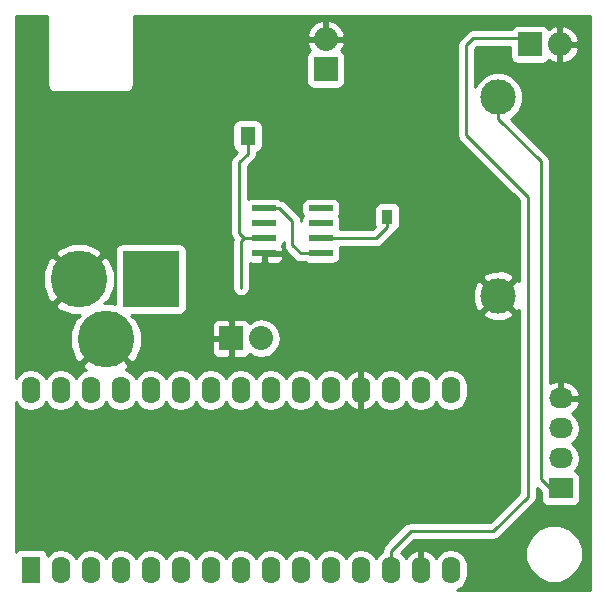
<source format=gbr>
G04 #@! TF.FileFunction,Copper,L2,Bot,Signal*
%FSLAX46Y46*%
G04 Gerber Fmt 4.6, Leading zero omitted, Abs format (unit mm)*
G04 Created by KiCad (PCBNEW 4.0.2-stable) date Sunday, December 18, 2016 'PMt' 04:17:45 PM*
%MOMM*%
G01*
G04 APERTURE LIST*
%ADD10C,0.100000*%
%ADD11R,1.574800X2.286000*%
%ADD12O,1.574800X2.286000*%
%ADD13C,4.800600*%
%ADD14R,4.800600X4.800600*%
%ADD15C,3.000000*%
%ADD16R,0.910000X1.220000*%
%ADD17R,2.032000X2.032000*%
%ADD18O,2.032000X2.032000*%
%ADD19R,1.300000X1.500000*%
%ADD20R,2.000000X0.500000*%
%ADD21R,2.032000X1.727200*%
%ADD22O,2.032000X1.727200*%
%ADD23C,0.250000*%
%ADD24C,0.254000*%
G04 APERTURE END LIST*
D10*
D11*
X65950000Y-107620000D03*
D12*
X68490000Y-107620000D03*
X71030000Y-107620000D03*
X73570000Y-107620000D03*
X76110000Y-107620000D03*
X78650000Y-107620000D03*
X81190000Y-107620000D03*
X83730000Y-107620000D03*
X86270000Y-107620000D03*
X88810000Y-107620000D03*
X91350000Y-107620000D03*
X93890000Y-107620000D03*
X96430000Y-107620000D03*
X98970000Y-107620000D03*
X101510000Y-107620000D03*
X101510000Y-92380000D03*
X98970000Y-92380000D03*
X96430000Y-92380000D03*
X93890000Y-92380000D03*
X91350000Y-92380000D03*
X88810000Y-92380000D03*
X86270000Y-92380000D03*
X83730000Y-92380000D03*
X81190000Y-92380000D03*
X78650000Y-92380000D03*
X76110000Y-92380000D03*
X73570000Y-92380000D03*
X71030000Y-92380000D03*
X68490000Y-92380000D03*
X65950000Y-92380000D03*
D13*
X70000000Y-83000000D03*
D14*
X76096000Y-83000000D03*
D13*
X72286000Y-88080000D03*
D15*
X105500000Y-84400000D03*
X105500000Y-67600000D03*
D16*
X96135000Y-77700000D03*
D17*
X82900000Y-88000000D03*
D18*
X85440000Y-88000000D03*
D17*
X90900000Y-65200000D03*
D18*
X90900000Y-62660000D03*
D19*
X84300000Y-70850000D03*
D17*
X108200000Y-63100000D03*
D18*
X110740000Y-63100000D03*
D20*
X90500000Y-78265000D03*
X90500000Y-79535000D03*
X90500000Y-80805000D03*
X90500000Y-76995000D03*
X85700000Y-80805000D03*
X85700000Y-79535000D03*
X85700000Y-78265000D03*
X85700000Y-76995000D03*
D21*
X110800000Y-100700000D03*
D22*
X110800000Y-98160000D03*
X110800000Y-95620000D03*
X110800000Y-93080000D03*
D23*
X90500000Y-79535000D02*
X95165000Y-79535000D01*
X96135000Y-78565000D02*
X96135000Y-77600000D01*
X95165000Y-79535000D02*
X96135000Y-78565000D01*
X108800000Y-62600000D02*
X103400000Y-62600000D01*
X96430000Y-105970000D02*
X96430000Y-107620000D01*
X98100000Y-104300000D02*
X96430000Y-105970000D01*
X105100000Y-104300000D02*
X98100000Y-104300000D01*
X108000000Y-101400000D02*
X105100000Y-104300000D01*
X108000000Y-76000000D02*
X108000000Y-101400000D01*
X102800000Y-70800000D02*
X108000000Y-76000000D01*
X102800000Y-63200000D02*
X102800000Y-70800000D01*
X103400000Y-62600000D02*
X102800000Y-63200000D01*
X105500000Y-67600000D02*
X105500000Y-69400000D01*
X110000000Y-100800000D02*
X111600000Y-100800000D01*
X109100000Y-99900000D02*
X110000000Y-100800000D01*
X109100000Y-73000000D02*
X109100000Y-99900000D01*
X105500000Y-69400000D02*
X109100000Y-73000000D01*
X85700000Y-79535000D02*
X83965000Y-79535000D01*
X83750000Y-79750000D02*
X83750000Y-83700000D01*
X83965000Y-79535000D02*
X83750000Y-79750000D01*
X84300000Y-70850000D02*
X84300000Y-72400000D01*
X84035000Y-79535000D02*
X85700000Y-79535000D01*
X83600000Y-79100000D02*
X84035000Y-79535000D01*
X83600000Y-73100000D02*
X83600000Y-79100000D01*
X84300000Y-72400000D02*
X83600000Y-73100000D01*
X85700000Y-76995000D02*
X86995000Y-76995000D01*
X88805000Y-80805000D02*
X90500000Y-80805000D01*
X88100000Y-80100000D02*
X88805000Y-80805000D01*
X88100000Y-78100000D02*
X88100000Y-80100000D01*
X86995000Y-76995000D02*
X88100000Y-78100000D01*
D24*
G36*
X67315000Y-66500000D02*
X67367143Y-66762138D01*
X67515632Y-66984368D01*
X67737862Y-67132857D01*
X68000000Y-67185000D01*
X74000000Y-67185000D01*
X74262138Y-67132857D01*
X74484368Y-66984368D01*
X74632857Y-66762138D01*
X74685000Y-66500000D01*
X74685000Y-64184000D01*
X89236560Y-64184000D01*
X89236560Y-66216000D01*
X89280838Y-66451317D01*
X89419910Y-66667441D01*
X89632110Y-66812431D01*
X89884000Y-66863440D01*
X91916000Y-66863440D01*
X92151317Y-66819162D01*
X92367441Y-66680090D01*
X92512431Y-66467890D01*
X92563440Y-66216000D01*
X92563440Y-64184000D01*
X92519162Y-63948683D01*
X92380090Y-63732559D01*
X92217052Y-63621160D01*
X92306385Y-63524818D01*
X92505975Y-63042944D01*
X92386836Y-62787000D01*
X91027000Y-62787000D01*
X91027000Y-62807000D01*
X90773000Y-62807000D01*
X90773000Y-62787000D01*
X89413164Y-62787000D01*
X89294025Y-63042944D01*
X89493615Y-63524818D01*
X89584097Y-63622398D01*
X89432559Y-63719910D01*
X89287569Y-63932110D01*
X89236560Y-64184000D01*
X74685000Y-64184000D01*
X74685000Y-62277056D01*
X89294025Y-62277056D01*
X89413164Y-62533000D01*
X90773000Y-62533000D01*
X90773000Y-61172633D01*
X91027000Y-61172633D01*
X91027000Y-62533000D01*
X92386836Y-62533000D01*
X92505975Y-62277056D01*
X92306385Y-61795182D01*
X91868379Y-61322812D01*
X91282946Y-61054017D01*
X91027000Y-61172633D01*
X90773000Y-61172633D01*
X90517054Y-61054017D01*
X89931621Y-61322812D01*
X89493615Y-61795182D01*
X89294025Y-62277056D01*
X74685000Y-62277056D01*
X74685000Y-60685000D01*
X113315000Y-60685000D01*
X113315000Y-109315000D01*
X102068635Y-109315000D01*
X102515789Y-109016222D01*
X102824126Y-108554762D01*
X102932400Y-108010433D01*
X102932400Y-107229567D01*
X102833473Y-106732226D01*
X107814579Y-106732226D01*
X108184504Y-107627514D01*
X108868883Y-108313088D01*
X109763524Y-108684576D01*
X110732226Y-108685421D01*
X111627514Y-108315496D01*
X112313088Y-107631117D01*
X112684576Y-106736476D01*
X112685421Y-105767774D01*
X112315496Y-104872486D01*
X111631117Y-104186912D01*
X110736476Y-103815424D01*
X109767774Y-103814579D01*
X108872486Y-104184504D01*
X108186912Y-104868883D01*
X107815424Y-105763524D01*
X107814579Y-106732226D01*
X102833473Y-106732226D01*
X102824126Y-106685238D01*
X102515789Y-106223778D01*
X102054329Y-105915441D01*
X101510000Y-105807167D01*
X100965671Y-105915441D01*
X100504211Y-106223778D01*
X100240246Y-106618830D01*
X100235525Y-106602738D01*
X99885986Y-106168809D01*
X99396996Y-105901673D01*
X99317060Y-105884990D01*
X99097000Y-106007148D01*
X99097000Y-107493000D01*
X99117000Y-107493000D01*
X99117000Y-107747000D01*
X99097000Y-107747000D01*
X99097000Y-107767000D01*
X98843000Y-107767000D01*
X98843000Y-107747000D01*
X98823000Y-107747000D01*
X98823000Y-107493000D01*
X98843000Y-107493000D01*
X98843000Y-106007148D01*
X98622940Y-105884990D01*
X98543004Y-105901673D01*
X98054014Y-106168809D01*
X97704475Y-106602738D01*
X97699754Y-106618830D01*
X97435789Y-106223778D01*
X97325030Y-106149772D01*
X98414802Y-105060000D01*
X105100000Y-105060000D01*
X105390839Y-105002148D01*
X105637401Y-104837401D01*
X108537401Y-101937401D01*
X108702148Y-101690840D01*
X108760000Y-101400000D01*
X108760000Y-100634802D01*
X109136560Y-101011362D01*
X109136560Y-101563600D01*
X109180838Y-101798917D01*
X109319910Y-102015041D01*
X109532110Y-102160031D01*
X109784000Y-102211040D01*
X111816000Y-102211040D01*
X112051317Y-102166762D01*
X112267441Y-102027690D01*
X112412431Y-101815490D01*
X112463440Y-101563600D01*
X112463440Y-99836400D01*
X112419162Y-99601083D01*
X112280090Y-99384959D01*
X112067890Y-99239969D01*
X112026561Y-99231600D01*
X112044415Y-99219670D01*
X112369271Y-98733489D01*
X112483345Y-98160000D01*
X112369271Y-97586511D01*
X112044415Y-97100330D01*
X111729634Y-96890000D01*
X112044415Y-96679670D01*
X112369271Y-96193489D01*
X112483345Y-95620000D01*
X112369271Y-95046511D01*
X112044415Y-94560330D01*
X111734931Y-94353539D01*
X112150732Y-93982036D01*
X112404709Y-93454791D01*
X112407358Y-93439026D01*
X112286217Y-93207000D01*
X110927000Y-93207000D01*
X110927000Y-93227000D01*
X110673000Y-93227000D01*
X110673000Y-93207000D01*
X110653000Y-93207000D01*
X110653000Y-92953000D01*
X110673000Y-92953000D01*
X110673000Y-91739076D01*
X110927000Y-91739076D01*
X110927000Y-92953000D01*
X112286217Y-92953000D01*
X112407358Y-92720974D01*
X112404709Y-92705209D01*
X112150732Y-92177964D01*
X111714320Y-91788046D01*
X111161913Y-91594816D01*
X110927000Y-91739076D01*
X110673000Y-91739076D01*
X110438087Y-91594816D01*
X109885680Y-91788046D01*
X109860000Y-91810990D01*
X109860000Y-73000000D01*
X109802148Y-72709161D01*
X109637401Y-72462599D01*
X106621486Y-69446684D01*
X106707800Y-69411020D01*
X107308909Y-68810959D01*
X107634628Y-68026541D01*
X107635370Y-67177185D01*
X107311020Y-66392200D01*
X106710959Y-65791091D01*
X105926541Y-65465372D01*
X105077185Y-65464630D01*
X104292200Y-65788980D01*
X103691091Y-66389041D01*
X103560000Y-66704743D01*
X103560000Y-63514802D01*
X103714802Y-63360000D01*
X106536560Y-63360000D01*
X106536560Y-64116000D01*
X106580838Y-64351317D01*
X106719910Y-64567441D01*
X106932110Y-64712431D01*
X107184000Y-64763440D01*
X109216000Y-64763440D01*
X109451317Y-64719162D01*
X109667441Y-64580090D01*
X109778840Y-64417052D01*
X109875182Y-64506385D01*
X110357056Y-64705975D01*
X110613000Y-64586836D01*
X110613000Y-63227000D01*
X110867000Y-63227000D01*
X110867000Y-64586836D01*
X111122944Y-64705975D01*
X111604818Y-64506385D01*
X112077188Y-64068379D01*
X112345983Y-63482946D01*
X112227367Y-63227000D01*
X110867000Y-63227000D01*
X110613000Y-63227000D01*
X110593000Y-63227000D01*
X110593000Y-62973000D01*
X110613000Y-62973000D01*
X110613000Y-61613164D01*
X110867000Y-61613164D01*
X110867000Y-62973000D01*
X112227367Y-62973000D01*
X112345983Y-62717054D01*
X112077188Y-62131621D01*
X111604818Y-61693615D01*
X111122944Y-61494025D01*
X110867000Y-61613164D01*
X110613000Y-61613164D01*
X110357056Y-61494025D01*
X109875182Y-61693615D01*
X109777602Y-61784097D01*
X109680090Y-61632559D01*
X109467890Y-61487569D01*
X109216000Y-61436560D01*
X107184000Y-61436560D01*
X106948683Y-61480838D01*
X106732559Y-61619910D01*
X106587569Y-61832110D01*
X106585971Y-61840000D01*
X103400000Y-61840000D01*
X103109161Y-61897852D01*
X102862599Y-62062599D01*
X102262599Y-62662599D01*
X102097852Y-62909161D01*
X102040000Y-63200000D01*
X102040000Y-70800000D01*
X102097852Y-71090839D01*
X102262599Y-71337401D01*
X107240000Y-76314802D01*
X107240000Y-83178933D01*
X107013970Y-83065635D01*
X105679605Y-84400000D01*
X107013970Y-85734365D01*
X107240000Y-85621067D01*
X107240000Y-101085198D01*
X104785198Y-103540000D01*
X98100000Y-103540000D01*
X97809161Y-103597852D01*
X97562599Y-103762599D01*
X95892599Y-105432599D01*
X95727852Y-105679161D01*
X95670000Y-105970000D01*
X95670000Y-106059547D01*
X95424211Y-106223778D01*
X95160000Y-106619199D01*
X94895789Y-106223778D01*
X94434329Y-105915441D01*
X93890000Y-105807167D01*
X93345671Y-105915441D01*
X92884211Y-106223778D01*
X92620000Y-106619199D01*
X92355789Y-106223778D01*
X91894329Y-105915441D01*
X91350000Y-105807167D01*
X90805671Y-105915441D01*
X90344211Y-106223778D01*
X90080000Y-106619199D01*
X89815789Y-106223778D01*
X89354329Y-105915441D01*
X88810000Y-105807167D01*
X88265671Y-105915441D01*
X87804211Y-106223778D01*
X87540000Y-106619199D01*
X87275789Y-106223778D01*
X86814329Y-105915441D01*
X86270000Y-105807167D01*
X85725671Y-105915441D01*
X85264211Y-106223778D01*
X85000000Y-106619199D01*
X84735789Y-106223778D01*
X84274329Y-105915441D01*
X83730000Y-105807167D01*
X83185671Y-105915441D01*
X82724211Y-106223778D01*
X82460000Y-106619199D01*
X82195789Y-106223778D01*
X81734329Y-105915441D01*
X81190000Y-105807167D01*
X80645671Y-105915441D01*
X80184211Y-106223778D01*
X79920000Y-106619199D01*
X79655789Y-106223778D01*
X79194329Y-105915441D01*
X78650000Y-105807167D01*
X78105671Y-105915441D01*
X77644211Y-106223778D01*
X77380000Y-106619199D01*
X77115789Y-106223778D01*
X76654329Y-105915441D01*
X76110000Y-105807167D01*
X75565671Y-105915441D01*
X75104211Y-106223778D01*
X74840000Y-106619199D01*
X74575789Y-106223778D01*
X74114329Y-105915441D01*
X73570000Y-105807167D01*
X73025671Y-105915441D01*
X72564211Y-106223778D01*
X72300000Y-106619199D01*
X72035789Y-106223778D01*
X71574329Y-105915441D01*
X71030000Y-105807167D01*
X70485671Y-105915441D01*
X70024211Y-106223778D01*
X69760000Y-106619199D01*
X69495789Y-106223778D01*
X69034329Y-105915441D01*
X68490000Y-105807167D01*
X67945671Y-105915441D01*
X67484211Y-106223778D01*
X67369497Y-106395460D01*
X67340562Y-106241683D01*
X67201490Y-106025559D01*
X66989290Y-105880569D01*
X66737400Y-105829560D01*
X65162600Y-105829560D01*
X64927283Y-105873838D01*
X64711159Y-106012910D01*
X64685000Y-106051195D01*
X64685000Y-93388284D01*
X64944211Y-93776222D01*
X65405671Y-94084559D01*
X65950000Y-94192833D01*
X66494329Y-94084559D01*
X66955789Y-93776222D01*
X67220000Y-93380801D01*
X67484211Y-93776222D01*
X67945671Y-94084559D01*
X68490000Y-94192833D01*
X69034329Y-94084559D01*
X69495789Y-93776222D01*
X69760000Y-93380801D01*
X70024211Y-93776222D01*
X70485671Y-94084559D01*
X71030000Y-94192833D01*
X71574329Y-94084559D01*
X72035789Y-93776222D01*
X72300000Y-93380801D01*
X72564211Y-93776222D01*
X73025671Y-94084559D01*
X73570000Y-94192833D01*
X74114329Y-94084559D01*
X74575789Y-93776222D01*
X74840000Y-93380801D01*
X75104211Y-93776222D01*
X75565671Y-94084559D01*
X76110000Y-94192833D01*
X76654329Y-94084559D01*
X77115789Y-93776222D01*
X77380000Y-93380801D01*
X77644211Y-93776222D01*
X78105671Y-94084559D01*
X78650000Y-94192833D01*
X79194329Y-94084559D01*
X79655789Y-93776222D01*
X79920000Y-93380801D01*
X80184211Y-93776222D01*
X80645671Y-94084559D01*
X81190000Y-94192833D01*
X81734329Y-94084559D01*
X82195789Y-93776222D01*
X82460000Y-93380801D01*
X82724211Y-93776222D01*
X83185671Y-94084559D01*
X83730000Y-94192833D01*
X84274329Y-94084559D01*
X84735789Y-93776222D01*
X85000000Y-93380801D01*
X85264211Y-93776222D01*
X85725671Y-94084559D01*
X86270000Y-94192833D01*
X86814329Y-94084559D01*
X87275789Y-93776222D01*
X87540000Y-93380801D01*
X87804211Y-93776222D01*
X88265671Y-94084559D01*
X88810000Y-94192833D01*
X89354329Y-94084559D01*
X89815789Y-93776222D01*
X90080000Y-93380801D01*
X90344211Y-93776222D01*
X90805671Y-94084559D01*
X91350000Y-94192833D01*
X91894329Y-94084559D01*
X92355789Y-93776222D01*
X92619754Y-93381170D01*
X92624475Y-93397262D01*
X92974014Y-93831191D01*
X93463004Y-94098327D01*
X93542940Y-94115010D01*
X93763000Y-93992852D01*
X93763000Y-92507000D01*
X93743000Y-92507000D01*
X93743000Y-92253000D01*
X93763000Y-92253000D01*
X93763000Y-90767148D01*
X94017000Y-90767148D01*
X94017000Y-92253000D01*
X94037000Y-92253000D01*
X94037000Y-92507000D01*
X94017000Y-92507000D01*
X94017000Y-93992852D01*
X94237060Y-94115010D01*
X94316996Y-94098327D01*
X94805986Y-93831191D01*
X95155525Y-93397262D01*
X95160246Y-93381170D01*
X95424211Y-93776222D01*
X95885671Y-94084559D01*
X96430000Y-94192833D01*
X96974329Y-94084559D01*
X97435789Y-93776222D01*
X97700000Y-93380801D01*
X97964211Y-93776222D01*
X98425671Y-94084559D01*
X98970000Y-94192833D01*
X99514329Y-94084559D01*
X99975789Y-93776222D01*
X100240000Y-93380801D01*
X100504211Y-93776222D01*
X100965671Y-94084559D01*
X101510000Y-94192833D01*
X102054329Y-94084559D01*
X102515789Y-93776222D01*
X102824126Y-93314762D01*
X102932400Y-92770433D01*
X102932400Y-91989567D01*
X102824126Y-91445238D01*
X102515789Y-90983778D01*
X102054329Y-90675441D01*
X101510000Y-90567167D01*
X100965671Y-90675441D01*
X100504211Y-90983778D01*
X100240000Y-91379199D01*
X99975789Y-90983778D01*
X99514329Y-90675441D01*
X98970000Y-90567167D01*
X98425671Y-90675441D01*
X97964211Y-90983778D01*
X97700000Y-91379199D01*
X97435789Y-90983778D01*
X96974329Y-90675441D01*
X96430000Y-90567167D01*
X95885671Y-90675441D01*
X95424211Y-90983778D01*
X95160246Y-91378830D01*
X95155525Y-91362738D01*
X94805986Y-90928809D01*
X94316996Y-90661673D01*
X94237060Y-90644990D01*
X94017000Y-90767148D01*
X93763000Y-90767148D01*
X93542940Y-90644990D01*
X93463004Y-90661673D01*
X92974014Y-90928809D01*
X92624475Y-91362738D01*
X92619754Y-91378830D01*
X92355789Y-90983778D01*
X91894329Y-90675441D01*
X91350000Y-90567167D01*
X90805671Y-90675441D01*
X90344211Y-90983778D01*
X90080000Y-91379199D01*
X89815789Y-90983778D01*
X89354329Y-90675441D01*
X88810000Y-90567167D01*
X88265671Y-90675441D01*
X87804211Y-90983778D01*
X87540000Y-91379199D01*
X87275789Y-90983778D01*
X86814329Y-90675441D01*
X86270000Y-90567167D01*
X85725671Y-90675441D01*
X85264211Y-90983778D01*
X85000000Y-91379199D01*
X84735789Y-90983778D01*
X84274329Y-90675441D01*
X83730000Y-90567167D01*
X83185671Y-90675441D01*
X82724211Y-90983778D01*
X82460000Y-91379199D01*
X82195789Y-90983778D01*
X81734329Y-90675441D01*
X81190000Y-90567167D01*
X80645671Y-90675441D01*
X80184211Y-90983778D01*
X79920000Y-91379199D01*
X79655789Y-90983778D01*
X79194329Y-90675441D01*
X78650000Y-90567167D01*
X78105671Y-90675441D01*
X77644211Y-90983778D01*
X77380000Y-91379199D01*
X77115789Y-90983778D01*
X76654329Y-90675441D01*
X76110000Y-90567167D01*
X75565671Y-90675441D01*
X75104211Y-90983778D01*
X74840000Y-91379199D01*
X74575789Y-90983778D01*
X74114329Y-90675441D01*
X74002747Y-90653246D01*
X74270330Y-90243936D01*
X72286000Y-88259605D01*
X70301670Y-90243936D01*
X70571221Y-90656257D01*
X70574767Y-90657719D01*
X70485671Y-90675441D01*
X70024211Y-90983778D01*
X69760000Y-91379199D01*
X69495789Y-90983778D01*
X69034329Y-90675441D01*
X68490000Y-90567167D01*
X67945671Y-90675441D01*
X67484211Y-90983778D01*
X67220000Y-91379199D01*
X66955789Y-90983778D01*
X66494329Y-90675441D01*
X65950000Y-90567167D01*
X65405671Y-90675441D01*
X64944211Y-90983778D01*
X64685000Y-91371716D01*
X64685000Y-85163936D01*
X68015670Y-85163936D01*
X68285221Y-85576257D01*
X69401642Y-86036369D01*
X70061587Y-86035195D01*
X70122063Y-86095671D01*
X69709743Y-86365221D01*
X69249631Y-87481642D01*
X69251779Y-88689157D01*
X69709743Y-89794779D01*
X70122064Y-90064330D01*
X72106395Y-88080000D01*
X72092252Y-88065858D01*
X72271858Y-87886252D01*
X72286000Y-87900395D01*
X72300142Y-87886252D01*
X72479748Y-88065858D01*
X72465605Y-88080000D01*
X74449936Y-90064330D01*
X74862257Y-89794779D01*
X75322369Y-88678358D01*
X75321671Y-88285750D01*
X81249000Y-88285750D01*
X81249000Y-89142309D01*
X81345673Y-89375698D01*
X81524301Y-89554327D01*
X81757690Y-89651000D01*
X82614250Y-89651000D01*
X82773000Y-89492250D01*
X82773000Y-88127000D01*
X81407750Y-88127000D01*
X81249000Y-88285750D01*
X75321671Y-88285750D01*
X75320221Y-87470843D01*
X75066245Y-86857691D01*
X81249000Y-86857691D01*
X81249000Y-87714250D01*
X81407750Y-87873000D01*
X82773000Y-87873000D01*
X82773000Y-86507750D01*
X83027000Y-86507750D01*
X83027000Y-87873000D01*
X83047000Y-87873000D01*
X83047000Y-88127000D01*
X83027000Y-88127000D01*
X83027000Y-89492250D01*
X83185750Y-89651000D01*
X84042310Y-89651000D01*
X84275699Y-89554327D01*
X84454327Y-89375698D01*
X84471999Y-89333034D01*
X84808190Y-89557670D01*
X85440000Y-89683345D01*
X86071810Y-89557670D01*
X86607433Y-89199778D01*
X86965325Y-88664155D01*
X87091000Y-88032345D01*
X87091000Y-87967655D01*
X86965325Y-87335845D01*
X86607433Y-86800222D01*
X86071810Y-86442330D01*
X85440000Y-86316655D01*
X84808190Y-86442330D01*
X84471999Y-86666966D01*
X84454327Y-86624302D01*
X84275699Y-86445673D01*
X84042310Y-86349000D01*
X83185750Y-86349000D01*
X83027000Y-86507750D01*
X82773000Y-86507750D01*
X82614250Y-86349000D01*
X81757690Y-86349000D01*
X81524301Y-86445673D01*
X81345673Y-86624302D01*
X81249000Y-86857691D01*
X75066245Y-86857691D01*
X74862257Y-86365221D01*
X74449937Y-86095671D01*
X74497868Y-86047740D01*
X78496300Y-86047740D01*
X78731617Y-86003462D01*
X78870691Y-85913970D01*
X104165635Y-85913970D01*
X104325418Y-86232739D01*
X105116187Y-86542723D01*
X105965387Y-86526497D01*
X106674582Y-86232739D01*
X106834365Y-85913970D01*
X105500000Y-84579605D01*
X104165635Y-85913970D01*
X78870691Y-85913970D01*
X78947741Y-85864390D01*
X79092731Y-85652190D01*
X79143740Y-85400300D01*
X79143740Y-80599700D01*
X79099462Y-80364383D01*
X78960390Y-80148259D01*
X78748190Y-80003269D01*
X78496300Y-79952260D01*
X73695700Y-79952260D01*
X73460383Y-79996538D01*
X73244259Y-80135610D01*
X73099269Y-80347810D01*
X73048260Y-80599700D01*
X73048260Y-85111180D01*
X72884358Y-85043631D01*
X72224413Y-85044805D01*
X72163937Y-84984329D01*
X72576257Y-84714779D01*
X73036369Y-83598358D01*
X73034221Y-82390843D01*
X72576257Y-81285221D01*
X72163936Y-81015670D01*
X70179605Y-83000000D01*
X70193748Y-83014142D01*
X70014142Y-83193748D01*
X70000000Y-83179605D01*
X68015670Y-85163936D01*
X64685000Y-85163936D01*
X64685000Y-82401642D01*
X66963631Y-82401642D01*
X66965779Y-83609157D01*
X67423743Y-84714779D01*
X67836064Y-84984330D01*
X69820395Y-83000000D01*
X67836064Y-81015670D01*
X67423743Y-81285221D01*
X66963631Y-82401642D01*
X64685000Y-82401642D01*
X64685000Y-80836064D01*
X68015670Y-80836064D01*
X70000000Y-82820395D01*
X71984330Y-80836064D01*
X71714779Y-80423743D01*
X70598358Y-79963631D01*
X69390843Y-79965779D01*
X68285221Y-80423743D01*
X68015670Y-80836064D01*
X64685000Y-80836064D01*
X64685000Y-73100000D01*
X82840000Y-73100000D01*
X82840000Y-79100000D01*
X82897852Y-79390839D01*
X83023914Y-79579505D01*
X82990000Y-79750000D01*
X82990000Y-83700000D01*
X83047852Y-83990839D01*
X83212599Y-84237401D01*
X83459161Y-84402148D01*
X83750000Y-84460000D01*
X84040839Y-84402148D01*
X84287401Y-84237401D01*
X84435211Y-84016187D01*
X103357277Y-84016187D01*
X103373503Y-84865387D01*
X103667261Y-85574582D01*
X103986030Y-85734365D01*
X105320395Y-84400000D01*
X103986030Y-83065635D01*
X103667261Y-83225418D01*
X103357277Y-84016187D01*
X84435211Y-84016187D01*
X84452148Y-83990839D01*
X84510000Y-83700000D01*
X84510000Y-82886030D01*
X104165635Y-82886030D01*
X105500000Y-84220395D01*
X106834365Y-82886030D01*
X106674582Y-82567261D01*
X105883813Y-82257277D01*
X105034613Y-82273503D01*
X104325418Y-82567261D01*
X104165635Y-82886030D01*
X84510000Y-82886030D01*
X84510000Y-81663619D01*
X84573690Y-81690000D01*
X85414250Y-81690000D01*
X85573000Y-81531250D01*
X85573000Y-80930000D01*
X85827000Y-80930000D01*
X85827000Y-81531250D01*
X85985750Y-81690000D01*
X86826310Y-81690000D01*
X87059699Y-81593327D01*
X87238327Y-81414698D01*
X87335000Y-81181309D01*
X87335000Y-81088750D01*
X87176250Y-80930000D01*
X85827000Y-80930000D01*
X85573000Y-80930000D01*
X85553000Y-80930000D01*
X85553000Y-80680000D01*
X85573000Y-80680000D01*
X85573000Y-80658000D01*
X85827000Y-80658000D01*
X85827000Y-80680000D01*
X87176250Y-80680000D01*
X87335000Y-80521250D01*
X87335000Y-80428691D01*
X87238327Y-80195302D01*
X87208543Y-80165518D01*
X87296431Y-80036890D01*
X87340000Y-79821740D01*
X87340000Y-80100000D01*
X87397852Y-80390839D01*
X87562599Y-80637401D01*
X88267599Y-81342401D01*
X88514161Y-81507148D01*
X88805000Y-81565000D01*
X89121614Y-81565000D01*
X89248110Y-81651431D01*
X89500000Y-81702440D01*
X91500000Y-81702440D01*
X91735317Y-81658162D01*
X91951441Y-81519090D01*
X92096431Y-81306890D01*
X92147440Y-81055000D01*
X92147440Y-80555000D01*
X92103162Y-80319683D01*
X92087279Y-80295000D01*
X95165000Y-80295000D01*
X95455839Y-80237148D01*
X95702401Y-80072401D01*
X96672401Y-79102401D01*
X96795039Y-78918859D01*
X96825317Y-78913162D01*
X97041441Y-78774090D01*
X97186431Y-78561890D01*
X97237440Y-78310000D01*
X97237440Y-77090000D01*
X97193162Y-76854683D01*
X97054090Y-76638559D01*
X96841890Y-76493569D01*
X96590000Y-76442560D01*
X95680000Y-76442560D01*
X95444683Y-76486838D01*
X95228559Y-76625910D01*
X95083569Y-76838110D01*
X95032560Y-77090000D01*
X95032560Y-78310000D01*
X95076838Y-78545317D01*
X95078029Y-78547169D01*
X94850198Y-78775000D01*
X92090890Y-78775000D01*
X92096431Y-78766890D01*
X92147440Y-78515000D01*
X92147440Y-78015000D01*
X92103162Y-77779683D01*
X92006183Y-77628973D01*
X92096431Y-77496890D01*
X92147440Y-77245000D01*
X92147440Y-76745000D01*
X92103162Y-76509683D01*
X91964090Y-76293559D01*
X91751890Y-76148569D01*
X91500000Y-76097560D01*
X89500000Y-76097560D01*
X89264683Y-76141838D01*
X89048559Y-76280910D01*
X88903569Y-76493110D01*
X88852560Y-76745000D01*
X88852560Y-77245000D01*
X88896838Y-77480317D01*
X88993817Y-77631027D01*
X88903569Y-77763110D01*
X88852560Y-78015000D01*
X88852560Y-78062597D01*
X88802148Y-77809161D01*
X88637401Y-77562599D01*
X87532401Y-76457599D01*
X87285839Y-76292852D01*
X87112631Y-76258398D01*
X86951890Y-76148569D01*
X86700000Y-76097560D01*
X84700000Y-76097560D01*
X84464683Y-76141838D01*
X84360000Y-76209200D01*
X84360000Y-73414802D01*
X84837401Y-72937402D01*
X84947480Y-72772655D01*
X85002148Y-72690839D01*
X85060000Y-72400000D01*
X85060000Y-72226742D01*
X85185317Y-72203162D01*
X85401441Y-72064090D01*
X85546431Y-71851890D01*
X85597440Y-71600000D01*
X85597440Y-70100000D01*
X85553162Y-69864683D01*
X85414090Y-69648559D01*
X85201890Y-69503569D01*
X84950000Y-69452560D01*
X83650000Y-69452560D01*
X83414683Y-69496838D01*
X83198559Y-69635910D01*
X83053569Y-69848110D01*
X83002560Y-70100000D01*
X83002560Y-71600000D01*
X83046838Y-71835317D01*
X83185910Y-72051441D01*
X83398110Y-72196431D01*
X83423604Y-72201594D01*
X83062599Y-72562599D01*
X82897852Y-72809161D01*
X82840000Y-73100000D01*
X64685000Y-73100000D01*
X64685000Y-60685000D01*
X67315000Y-60685000D01*
X67315000Y-66500000D01*
X67315000Y-66500000D01*
G37*
X67315000Y-66500000D02*
X67367143Y-66762138D01*
X67515632Y-66984368D01*
X67737862Y-67132857D01*
X68000000Y-67185000D01*
X74000000Y-67185000D01*
X74262138Y-67132857D01*
X74484368Y-66984368D01*
X74632857Y-66762138D01*
X74685000Y-66500000D01*
X74685000Y-64184000D01*
X89236560Y-64184000D01*
X89236560Y-66216000D01*
X89280838Y-66451317D01*
X89419910Y-66667441D01*
X89632110Y-66812431D01*
X89884000Y-66863440D01*
X91916000Y-66863440D01*
X92151317Y-66819162D01*
X92367441Y-66680090D01*
X92512431Y-66467890D01*
X92563440Y-66216000D01*
X92563440Y-64184000D01*
X92519162Y-63948683D01*
X92380090Y-63732559D01*
X92217052Y-63621160D01*
X92306385Y-63524818D01*
X92505975Y-63042944D01*
X92386836Y-62787000D01*
X91027000Y-62787000D01*
X91027000Y-62807000D01*
X90773000Y-62807000D01*
X90773000Y-62787000D01*
X89413164Y-62787000D01*
X89294025Y-63042944D01*
X89493615Y-63524818D01*
X89584097Y-63622398D01*
X89432559Y-63719910D01*
X89287569Y-63932110D01*
X89236560Y-64184000D01*
X74685000Y-64184000D01*
X74685000Y-62277056D01*
X89294025Y-62277056D01*
X89413164Y-62533000D01*
X90773000Y-62533000D01*
X90773000Y-61172633D01*
X91027000Y-61172633D01*
X91027000Y-62533000D01*
X92386836Y-62533000D01*
X92505975Y-62277056D01*
X92306385Y-61795182D01*
X91868379Y-61322812D01*
X91282946Y-61054017D01*
X91027000Y-61172633D01*
X90773000Y-61172633D01*
X90517054Y-61054017D01*
X89931621Y-61322812D01*
X89493615Y-61795182D01*
X89294025Y-62277056D01*
X74685000Y-62277056D01*
X74685000Y-60685000D01*
X113315000Y-60685000D01*
X113315000Y-109315000D01*
X102068635Y-109315000D01*
X102515789Y-109016222D01*
X102824126Y-108554762D01*
X102932400Y-108010433D01*
X102932400Y-107229567D01*
X102833473Y-106732226D01*
X107814579Y-106732226D01*
X108184504Y-107627514D01*
X108868883Y-108313088D01*
X109763524Y-108684576D01*
X110732226Y-108685421D01*
X111627514Y-108315496D01*
X112313088Y-107631117D01*
X112684576Y-106736476D01*
X112685421Y-105767774D01*
X112315496Y-104872486D01*
X111631117Y-104186912D01*
X110736476Y-103815424D01*
X109767774Y-103814579D01*
X108872486Y-104184504D01*
X108186912Y-104868883D01*
X107815424Y-105763524D01*
X107814579Y-106732226D01*
X102833473Y-106732226D01*
X102824126Y-106685238D01*
X102515789Y-106223778D01*
X102054329Y-105915441D01*
X101510000Y-105807167D01*
X100965671Y-105915441D01*
X100504211Y-106223778D01*
X100240246Y-106618830D01*
X100235525Y-106602738D01*
X99885986Y-106168809D01*
X99396996Y-105901673D01*
X99317060Y-105884990D01*
X99097000Y-106007148D01*
X99097000Y-107493000D01*
X99117000Y-107493000D01*
X99117000Y-107747000D01*
X99097000Y-107747000D01*
X99097000Y-107767000D01*
X98843000Y-107767000D01*
X98843000Y-107747000D01*
X98823000Y-107747000D01*
X98823000Y-107493000D01*
X98843000Y-107493000D01*
X98843000Y-106007148D01*
X98622940Y-105884990D01*
X98543004Y-105901673D01*
X98054014Y-106168809D01*
X97704475Y-106602738D01*
X97699754Y-106618830D01*
X97435789Y-106223778D01*
X97325030Y-106149772D01*
X98414802Y-105060000D01*
X105100000Y-105060000D01*
X105390839Y-105002148D01*
X105637401Y-104837401D01*
X108537401Y-101937401D01*
X108702148Y-101690840D01*
X108760000Y-101400000D01*
X108760000Y-100634802D01*
X109136560Y-101011362D01*
X109136560Y-101563600D01*
X109180838Y-101798917D01*
X109319910Y-102015041D01*
X109532110Y-102160031D01*
X109784000Y-102211040D01*
X111816000Y-102211040D01*
X112051317Y-102166762D01*
X112267441Y-102027690D01*
X112412431Y-101815490D01*
X112463440Y-101563600D01*
X112463440Y-99836400D01*
X112419162Y-99601083D01*
X112280090Y-99384959D01*
X112067890Y-99239969D01*
X112026561Y-99231600D01*
X112044415Y-99219670D01*
X112369271Y-98733489D01*
X112483345Y-98160000D01*
X112369271Y-97586511D01*
X112044415Y-97100330D01*
X111729634Y-96890000D01*
X112044415Y-96679670D01*
X112369271Y-96193489D01*
X112483345Y-95620000D01*
X112369271Y-95046511D01*
X112044415Y-94560330D01*
X111734931Y-94353539D01*
X112150732Y-93982036D01*
X112404709Y-93454791D01*
X112407358Y-93439026D01*
X112286217Y-93207000D01*
X110927000Y-93207000D01*
X110927000Y-93227000D01*
X110673000Y-93227000D01*
X110673000Y-93207000D01*
X110653000Y-93207000D01*
X110653000Y-92953000D01*
X110673000Y-92953000D01*
X110673000Y-91739076D01*
X110927000Y-91739076D01*
X110927000Y-92953000D01*
X112286217Y-92953000D01*
X112407358Y-92720974D01*
X112404709Y-92705209D01*
X112150732Y-92177964D01*
X111714320Y-91788046D01*
X111161913Y-91594816D01*
X110927000Y-91739076D01*
X110673000Y-91739076D01*
X110438087Y-91594816D01*
X109885680Y-91788046D01*
X109860000Y-91810990D01*
X109860000Y-73000000D01*
X109802148Y-72709161D01*
X109637401Y-72462599D01*
X106621486Y-69446684D01*
X106707800Y-69411020D01*
X107308909Y-68810959D01*
X107634628Y-68026541D01*
X107635370Y-67177185D01*
X107311020Y-66392200D01*
X106710959Y-65791091D01*
X105926541Y-65465372D01*
X105077185Y-65464630D01*
X104292200Y-65788980D01*
X103691091Y-66389041D01*
X103560000Y-66704743D01*
X103560000Y-63514802D01*
X103714802Y-63360000D01*
X106536560Y-63360000D01*
X106536560Y-64116000D01*
X106580838Y-64351317D01*
X106719910Y-64567441D01*
X106932110Y-64712431D01*
X107184000Y-64763440D01*
X109216000Y-64763440D01*
X109451317Y-64719162D01*
X109667441Y-64580090D01*
X109778840Y-64417052D01*
X109875182Y-64506385D01*
X110357056Y-64705975D01*
X110613000Y-64586836D01*
X110613000Y-63227000D01*
X110867000Y-63227000D01*
X110867000Y-64586836D01*
X111122944Y-64705975D01*
X111604818Y-64506385D01*
X112077188Y-64068379D01*
X112345983Y-63482946D01*
X112227367Y-63227000D01*
X110867000Y-63227000D01*
X110613000Y-63227000D01*
X110593000Y-63227000D01*
X110593000Y-62973000D01*
X110613000Y-62973000D01*
X110613000Y-61613164D01*
X110867000Y-61613164D01*
X110867000Y-62973000D01*
X112227367Y-62973000D01*
X112345983Y-62717054D01*
X112077188Y-62131621D01*
X111604818Y-61693615D01*
X111122944Y-61494025D01*
X110867000Y-61613164D01*
X110613000Y-61613164D01*
X110357056Y-61494025D01*
X109875182Y-61693615D01*
X109777602Y-61784097D01*
X109680090Y-61632559D01*
X109467890Y-61487569D01*
X109216000Y-61436560D01*
X107184000Y-61436560D01*
X106948683Y-61480838D01*
X106732559Y-61619910D01*
X106587569Y-61832110D01*
X106585971Y-61840000D01*
X103400000Y-61840000D01*
X103109161Y-61897852D01*
X102862599Y-62062599D01*
X102262599Y-62662599D01*
X102097852Y-62909161D01*
X102040000Y-63200000D01*
X102040000Y-70800000D01*
X102097852Y-71090839D01*
X102262599Y-71337401D01*
X107240000Y-76314802D01*
X107240000Y-83178933D01*
X107013970Y-83065635D01*
X105679605Y-84400000D01*
X107013970Y-85734365D01*
X107240000Y-85621067D01*
X107240000Y-101085198D01*
X104785198Y-103540000D01*
X98100000Y-103540000D01*
X97809161Y-103597852D01*
X97562599Y-103762599D01*
X95892599Y-105432599D01*
X95727852Y-105679161D01*
X95670000Y-105970000D01*
X95670000Y-106059547D01*
X95424211Y-106223778D01*
X95160000Y-106619199D01*
X94895789Y-106223778D01*
X94434329Y-105915441D01*
X93890000Y-105807167D01*
X93345671Y-105915441D01*
X92884211Y-106223778D01*
X92620000Y-106619199D01*
X92355789Y-106223778D01*
X91894329Y-105915441D01*
X91350000Y-105807167D01*
X90805671Y-105915441D01*
X90344211Y-106223778D01*
X90080000Y-106619199D01*
X89815789Y-106223778D01*
X89354329Y-105915441D01*
X88810000Y-105807167D01*
X88265671Y-105915441D01*
X87804211Y-106223778D01*
X87540000Y-106619199D01*
X87275789Y-106223778D01*
X86814329Y-105915441D01*
X86270000Y-105807167D01*
X85725671Y-105915441D01*
X85264211Y-106223778D01*
X85000000Y-106619199D01*
X84735789Y-106223778D01*
X84274329Y-105915441D01*
X83730000Y-105807167D01*
X83185671Y-105915441D01*
X82724211Y-106223778D01*
X82460000Y-106619199D01*
X82195789Y-106223778D01*
X81734329Y-105915441D01*
X81190000Y-105807167D01*
X80645671Y-105915441D01*
X80184211Y-106223778D01*
X79920000Y-106619199D01*
X79655789Y-106223778D01*
X79194329Y-105915441D01*
X78650000Y-105807167D01*
X78105671Y-105915441D01*
X77644211Y-106223778D01*
X77380000Y-106619199D01*
X77115789Y-106223778D01*
X76654329Y-105915441D01*
X76110000Y-105807167D01*
X75565671Y-105915441D01*
X75104211Y-106223778D01*
X74840000Y-106619199D01*
X74575789Y-106223778D01*
X74114329Y-105915441D01*
X73570000Y-105807167D01*
X73025671Y-105915441D01*
X72564211Y-106223778D01*
X72300000Y-106619199D01*
X72035789Y-106223778D01*
X71574329Y-105915441D01*
X71030000Y-105807167D01*
X70485671Y-105915441D01*
X70024211Y-106223778D01*
X69760000Y-106619199D01*
X69495789Y-106223778D01*
X69034329Y-105915441D01*
X68490000Y-105807167D01*
X67945671Y-105915441D01*
X67484211Y-106223778D01*
X67369497Y-106395460D01*
X67340562Y-106241683D01*
X67201490Y-106025559D01*
X66989290Y-105880569D01*
X66737400Y-105829560D01*
X65162600Y-105829560D01*
X64927283Y-105873838D01*
X64711159Y-106012910D01*
X64685000Y-106051195D01*
X64685000Y-93388284D01*
X64944211Y-93776222D01*
X65405671Y-94084559D01*
X65950000Y-94192833D01*
X66494329Y-94084559D01*
X66955789Y-93776222D01*
X67220000Y-93380801D01*
X67484211Y-93776222D01*
X67945671Y-94084559D01*
X68490000Y-94192833D01*
X69034329Y-94084559D01*
X69495789Y-93776222D01*
X69760000Y-93380801D01*
X70024211Y-93776222D01*
X70485671Y-94084559D01*
X71030000Y-94192833D01*
X71574329Y-94084559D01*
X72035789Y-93776222D01*
X72300000Y-93380801D01*
X72564211Y-93776222D01*
X73025671Y-94084559D01*
X73570000Y-94192833D01*
X74114329Y-94084559D01*
X74575789Y-93776222D01*
X74840000Y-93380801D01*
X75104211Y-93776222D01*
X75565671Y-94084559D01*
X76110000Y-94192833D01*
X76654329Y-94084559D01*
X77115789Y-93776222D01*
X77380000Y-93380801D01*
X77644211Y-93776222D01*
X78105671Y-94084559D01*
X78650000Y-94192833D01*
X79194329Y-94084559D01*
X79655789Y-93776222D01*
X79920000Y-93380801D01*
X80184211Y-93776222D01*
X80645671Y-94084559D01*
X81190000Y-94192833D01*
X81734329Y-94084559D01*
X82195789Y-93776222D01*
X82460000Y-93380801D01*
X82724211Y-93776222D01*
X83185671Y-94084559D01*
X83730000Y-94192833D01*
X84274329Y-94084559D01*
X84735789Y-93776222D01*
X85000000Y-93380801D01*
X85264211Y-93776222D01*
X85725671Y-94084559D01*
X86270000Y-94192833D01*
X86814329Y-94084559D01*
X87275789Y-93776222D01*
X87540000Y-93380801D01*
X87804211Y-93776222D01*
X88265671Y-94084559D01*
X88810000Y-94192833D01*
X89354329Y-94084559D01*
X89815789Y-93776222D01*
X90080000Y-93380801D01*
X90344211Y-93776222D01*
X90805671Y-94084559D01*
X91350000Y-94192833D01*
X91894329Y-94084559D01*
X92355789Y-93776222D01*
X92619754Y-93381170D01*
X92624475Y-93397262D01*
X92974014Y-93831191D01*
X93463004Y-94098327D01*
X93542940Y-94115010D01*
X93763000Y-93992852D01*
X93763000Y-92507000D01*
X93743000Y-92507000D01*
X93743000Y-92253000D01*
X93763000Y-92253000D01*
X93763000Y-90767148D01*
X94017000Y-90767148D01*
X94017000Y-92253000D01*
X94037000Y-92253000D01*
X94037000Y-92507000D01*
X94017000Y-92507000D01*
X94017000Y-93992852D01*
X94237060Y-94115010D01*
X94316996Y-94098327D01*
X94805986Y-93831191D01*
X95155525Y-93397262D01*
X95160246Y-93381170D01*
X95424211Y-93776222D01*
X95885671Y-94084559D01*
X96430000Y-94192833D01*
X96974329Y-94084559D01*
X97435789Y-93776222D01*
X97700000Y-93380801D01*
X97964211Y-93776222D01*
X98425671Y-94084559D01*
X98970000Y-94192833D01*
X99514329Y-94084559D01*
X99975789Y-93776222D01*
X100240000Y-93380801D01*
X100504211Y-93776222D01*
X100965671Y-94084559D01*
X101510000Y-94192833D01*
X102054329Y-94084559D01*
X102515789Y-93776222D01*
X102824126Y-93314762D01*
X102932400Y-92770433D01*
X102932400Y-91989567D01*
X102824126Y-91445238D01*
X102515789Y-90983778D01*
X102054329Y-90675441D01*
X101510000Y-90567167D01*
X100965671Y-90675441D01*
X100504211Y-90983778D01*
X100240000Y-91379199D01*
X99975789Y-90983778D01*
X99514329Y-90675441D01*
X98970000Y-90567167D01*
X98425671Y-90675441D01*
X97964211Y-90983778D01*
X97700000Y-91379199D01*
X97435789Y-90983778D01*
X96974329Y-90675441D01*
X96430000Y-90567167D01*
X95885671Y-90675441D01*
X95424211Y-90983778D01*
X95160246Y-91378830D01*
X95155525Y-91362738D01*
X94805986Y-90928809D01*
X94316996Y-90661673D01*
X94237060Y-90644990D01*
X94017000Y-90767148D01*
X93763000Y-90767148D01*
X93542940Y-90644990D01*
X93463004Y-90661673D01*
X92974014Y-90928809D01*
X92624475Y-91362738D01*
X92619754Y-91378830D01*
X92355789Y-90983778D01*
X91894329Y-90675441D01*
X91350000Y-90567167D01*
X90805671Y-90675441D01*
X90344211Y-90983778D01*
X90080000Y-91379199D01*
X89815789Y-90983778D01*
X89354329Y-90675441D01*
X88810000Y-90567167D01*
X88265671Y-90675441D01*
X87804211Y-90983778D01*
X87540000Y-91379199D01*
X87275789Y-90983778D01*
X86814329Y-90675441D01*
X86270000Y-90567167D01*
X85725671Y-90675441D01*
X85264211Y-90983778D01*
X85000000Y-91379199D01*
X84735789Y-90983778D01*
X84274329Y-90675441D01*
X83730000Y-90567167D01*
X83185671Y-90675441D01*
X82724211Y-90983778D01*
X82460000Y-91379199D01*
X82195789Y-90983778D01*
X81734329Y-90675441D01*
X81190000Y-90567167D01*
X80645671Y-90675441D01*
X80184211Y-90983778D01*
X79920000Y-91379199D01*
X79655789Y-90983778D01*
X79194329Y-90675441D01*
X78650000Y-90567167D01*
X78105671Y-90675441D01*
X77644211Y-90983778D01*
X77380000Y-91379199D01*
X77115789Y-90983778D01*
X76654329Y-90675441D01*
X76110000Y-90567167D01*
X75565671Y-90675441D01*
X75104211Y-90983778D01*
X74840000Y-91379199D01*
X74575789Y-90983778D01*
X74114329Y-90675441D01*
X74002747Y-90653246D01*
X74270330Y-90243936D01*
X72286000Y-88259605D01*
X70301670Y-90243936D01*
X70571221Y-90656257D01*
X70574767Y-90657719D01*
X70485671Y-90675441D01*
X70024211Y-90983778D01*
X69760000Y-91379199D01*
X69495789Y-90983778D01*
X69034329Y-90675441D01*
X68490000Y-90567167D01*
X67945671Y-90675441D01*
X67484211Y-90983778D01*
X67220000Y-91379199D01*
X66955789Y-90983778D01*
X66494329Y-90675441D01*
X65950000Y-90567167D01*
X65405671Y-90675441D01*
X64944211Y-90983778D01*
X64685000Y-91371716D01*
X64685000Y-85163936D01*
X68015670Y-85163936D01*
X68285221Y-85576257D01*
X69401642Y-86036369D01*
X70061587Y-86035195D01*
X70122063Y-86095671D01*
X69709743Y-86365221D01*
X69249631Y-87481642D01*
X69251779Y-88689157D01*
X69709743Y-89794779D01*
X70122064Y-90064330D01*
X72106395Y-88080000D01*
X72092252Y-88065858D01*
X72271858Y-87886252D01*
X72286000Y-87900395D01*
X72300142Y-87886252D01*
X72479748Y-88065858D01*
X72465605Y-88080000D01*
X74449936Y-90064330D01*
X74862257Y-89794779D01*
X75322369Y-88678358D01*
X75321671Y-88285750D01*
X81249000Y-88285750D01*
X81249000Y-89142309D01*
X81345673Y-89375698D01*
X81524301Y-89554327D01*
X81757690Y-89651000D01*
X82614250Y-89651000D01*
X82773000Y-89492250D01*
X82773000Y-88127000D01*
X81407750Y-88127000D01*
X81249000Y-88285750D01*
X75321671Y-88285750D01*
X75320221Y-87470843D01*
X75066245Y-86857691D01*
X81249000Y-86857691D01*
X81249000Y-87714250D01*
X81407750Y-87873000D01*
X82773000Y-87873000D01*
X82773000Y-86507750D01*
X83027000Y-86507750D01*
X83027000Y-87873000D01*
X83047000Y-87873000D01*
X83047000Y-88127000D01*
X83027000Y-88127000D01*
X83027000Y-89492250D01*
X83185750Y-89651000D01*
X84042310Y-89651000D01*
X84275699Y-89554327D01*
X84454327Y-89375698D01*
X84471999Y-89333034D01*
X84808190Y-89557670D01*
X85440000Y-89683345D01*
X86071810Y-89557670D01*
X86607433Y-89199778D01*
X86965325Y-88664155D01*
X87091000Y-88032345D01*
X87091000Y-87967655D01*
X86965325Y-87335845D01*
X86607433Y-86800222D01*
X86071810Y-86442330D01*
X85440000Y-86316655D01*
X84808190Y-86442330D01*
X84471999Y-86666966D01*
X84454327Y-86624302D01*
X84275699Y-86445673D01*
X84042310Y-86349000D01*
X83185750Y-86349000D01*
X83027000Y-86507750D01*
X82773000Y-86507750D01*
X82614250Y-86349000D01*
X81757690Y-86349000D01*
X81524301Y-86445673D01*
X81345673Y-86624302D01*
X81249000Y-86857691D01*
X75066245Y-86857691D01*
X74862257Y-86365221D01*
X74449937Y-86095671D01*
X74497868Y-86047740D01*
X78496300Y-86047740D01*
X78731617Y-86003462D01*
X78870691Y-85913970D01*
X104165635Y-85913970D01*
X104325418Y-86232739D01*
X105116187Y-86542723D01*
X105965387Y-86526497D01*
X106674582Y-86232739D01*
X106834365Y-85913970D01*
X105500000Y-84579605D01*
X104165635Y-85913970D01*
X78870691Y-85913970D01*
X78947741Y-85864390D01*
X79092731Y-85652190D01*
X79143740Y-85400300D01*
X79143740Y-80599700D01*
X79099462Y-80364383D01*
X78960390Y-80148259D01*
X78748190Y-80003269D01*
X78496300Y-79952260D01*
X73695700Y-79952260D01*
X73460383Y-79996538D01*
X73244259Y-80135610D01*
X73099269Y-80347810D01*
X73048260Y-80599700D01*
X73048260Y-85111180D01*
X72884358Y-85043631D01*
X72224413Y-85044805D01*
X72163937Y-84984329D01*
X72576257Y-84714779D01*
X73036369Y-83598358D01*
X73034221Y-82390843D01*
X72576257Y-81285221D01*
X72163936Y-81015670D01*
X70179605Y-83000000D01*
X70193748Y-83014142D01*
X70014142Y-83193748D01*
X70000000Y-83179605D01*
X68015670Y-85163936D01*
X64685000Y-85163936D01*
X64685000Y-82401642D01*
X66963631Y-82401642D01*
X66965779Y-83609157D01*
X67423743Y-84714779D01*
X67836064Y-84984330D01*
X69820395Y-83000000D01*
X67836064Y-81015670D01*
X67423743Y-81285221D01*
X66963631Y-82401642D01*
X64685000Y-82401642D01*
X64685000Y-80836064D01*
X68015670Y-80836064D01*
X70000000Y-82820395D01*
X71984330Y-80836064D01*
X71714779Y-80423743D01*
X70598358Y-79963631D01*
X69390843Y-79965779D01*
X68285221Y-80423743D01*
X68015670Y-80836064D01*
X64685000Y-80836064D01*
X64685000Y-73100000D01*
X82840000Y-73100000D01*
X82840000Y-79100000D01*
X82897852Y-79390839D01*
X83023914Y-79579505D01*
X82990000Y-79750000D01*
X82990000Y-83700000D01*
X83047852Y-83990839D01*
X83212599Y-84237401D01*
X83459161Y-84402148D01*
X83750000Y-84460000D01*
X84040839Y-84402148D01*
X84287401Y-84237401D01*
X84435211Y-84016187D01*
X103357277Y-84016187D01*
X103373503Y-84865387D01*
X103667261Y-85574582D01*
X103986030Y-85734365D01*
X105320395Y-84400000D01*
X103986030Y-83065635D01*
X103667261Y-83225418D01*
X103357277Y-84016187D01*
X84435211Y-84016187D01*
X84452148Y-83990839D01*
X84510000Y-83700000D01*
X84510000Y-82886030D01*
X104165635Y-82886030D01*
X105500000Y-84220395D01*
X106834365Y-82886030D01*
X106674582Y-82567261D01*
X105883813Y-82257277D01*
X105034613Y-82273503D01*
X104325418Y-82567261D01*
X104165635Y-82886030D01*
X84510000Y-82886030D01*
X84510000Y-81663619D01*
X84573690Y-81690000D01*
X85414250Y-81690000D01*
X85573000Y-81531250D01*
X85573000Y-80930000D01*
X85827000Y-80930000D01*
X85827000Y-81531250D01*
X85985750Y-81690000D01*
X86826310Y-81690000D01*
X87059699Y-81593327D01*
X87238327Y-81414698D01*
X87335000Y-81181309D01*
X87335000Y-81088750D01*
X87176250Y-80930000D01*
X85827000Y-80930000D01*
X85573000Y-80930000D01*
X85553000Y-80930000D01*
X85553000Y-80680000D01*
X85573000Y-80680000D01*
X85573000Y-80658000D01*
X85827000Y-80658000D01*
X85827000Y-80680000D01*
X87176250Y-80680000D01*
X87335000Y-80521250D01*
X87335000Y-80428691D01*
X87238327Y-80195302D01*
X87208543Y-80165518D01*
X87296431Y-80036890D01*
X87340000Y-79821740D01*
X87340000Y-80100000D01*
X87397852Y-80390839D01*
X87562599Y-80637401D01*
X88267599Y-81342401D01*
X88514161Y-81507148D01*
X88805000Y-81565000D01*
X89121614Y-81565000D01*
X89248110Y-81651431D01*
X89500000Y-81702440D01*
X91500000Y-81702440D01*
X91735317Y-81658162D01*
X91951441Y-81519090D01*
X92096431Y-81306890D01*
X92147440Y-81055000D01*
X92147440Y-80555000D01*
X92103162Y-80319683D01*
X92087279Y-80295000D01*
X95165000Y-80295000D01*
X95455839Y-80237148D01*
X95702401Y-80072401D01*
X96672401Y-79102401D01*
X96795039Y-78918859D01*
X96825317Y-78913162D01*
X97041441Y-78774090D01*
X97186431Y-78561890D01*
X97237440Y-78310000D01*
X97237440Y-77090000D01*
X97193162Y-76854683D01*
X97054090Y-76638559D01*
X96841890Y-76493569D01*
X96590000Y-76442560D01*
X95680000Y-76442560D01*
X95444683Y-76486838D01*
X95228559Y-76625910D01*
X95083569Y-76838110D01*
X95032560Y-77090000D01*
X95032560Y-78310000D01*
X95076838Y-78545317D01*
X95078029Y-78547169D01*
X94850198Y-78775000D01*
X92090890Y-78775000D01*
X92096431Y-78766890D01*
X92147440Y-78515000D01*
X92147440Y-78015000D01*
X92103162Y-77779683D01*
X92006183Y-77628973D01*
X92096431Y-77496890D01*
X92147440Y-77245000D01*
X92147440Y-76745000D01*
X92103162Y-76509683D01*
X91964090Y-76293559D01*
X91751890Y-76148569D01*
X91500000Y-76097560D01*
X89500000Y-76097560D01*
X89264683Y-76141838D01*
X89048559Y-76280910D01*
X88903569Y-76493110D01*
X88852560Y-76745000D01*
X88852560Y-77245000D01*
X88896838Y-77480317D01*
X88993817Y-77631027D01*
X88903569Y-77763110D01*
X88852560Y-78015000D01*
X88852560Y-78062597D01*
X88802148Y-77809161D01*
X88637401Y-77562599D01*
X87532401Y-76457599D01*
X87285839Y-76292852D01*
X87112631Y-76258398D01*
X86951890Y-76148569D01*
X86700000Y-76097560D01*
X84700000Y-76097560D01*
X84464683Y-76141838D01*
X84360000Y-76209200D01*
X84360000Y-73414802D01*
X84837401Y-72937402D01*
X84947480Y-72772655D01*
X85002148Y-72690839D01*
X85060000Y-72400000D01*
X85060000Y-72226742D01*
X85185317Y-72203162D01*
X85401441Y-72064090D01*
X85546431Y-71851890D01*
X85597440Y-71600000D01*
X85597440Y-70100000D01*
X85553162Y-69864683D01*
X85414090Y-69648559D01*
X85201890Y-69503569D01*
X84950000Y-69452560D01*
X83650000Y-69452560D01*
X83414683Y-69496838D01*
X83198559Y-69635910D01*
X83053569Y-69848110D01*
X83002560Y-70100000D01*
X83002560Y-71600000D01*
X83046838Y-71835317D01*
X83185910Y-72051441D01*
X83398110Y-72196431D01*
X83423604Y-72201594D01*
X83062599Y-72562599D01*
X82897852Y-72809161D01*
X82840000Y-73100000D01*
X64685000Y-73100000D01*
X64685000Y-60685000D01*
X67315000Y-60685000D01*
X67315000Y-66500000D01*
M02*

</source>
